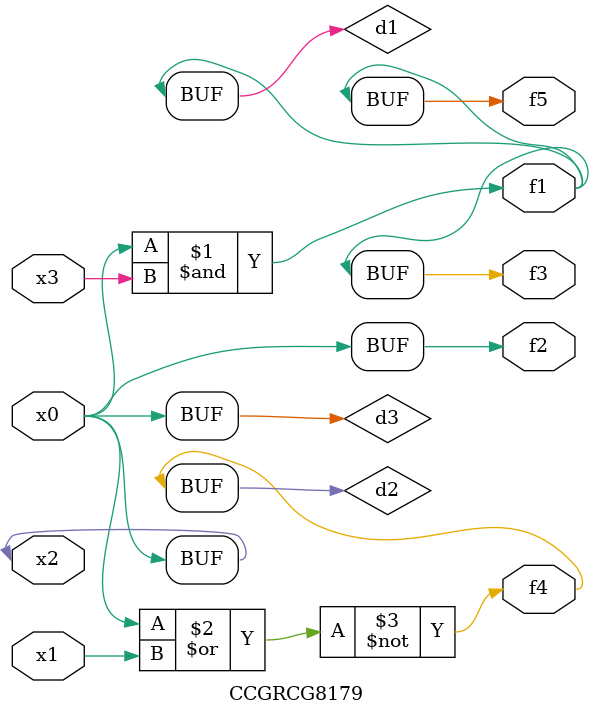
<source format=v>
module CCGRCG8179(
	input x0, x1, x2, x3,
	output f1, f2, f3, f4, f5
);

	wire d1, d2, d3;

	and (d1, x2, x3);
	nor (d2, x0, x1);
	buf (d3, x0, x2);
	assign f1 = d1;
	assign f2 = d3;
	assign f3 = d1;
	assign f4 = d2;
	assign f5 = d1;
endmodule

</source>
